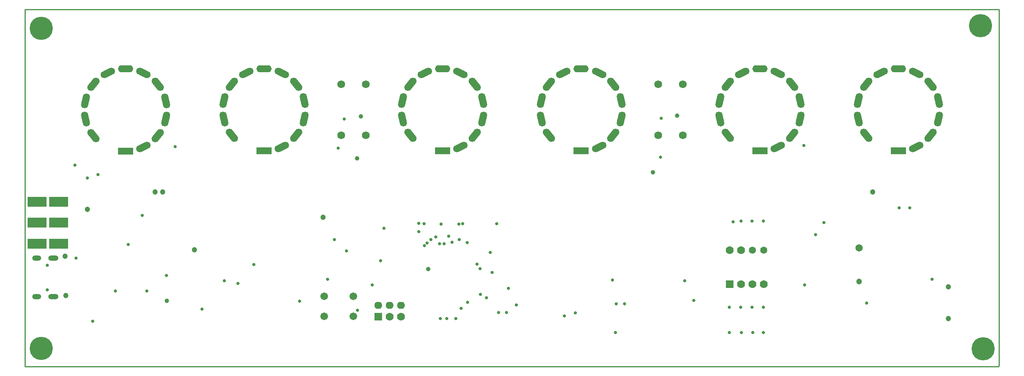
<source format=gbs>
G04 Layer_Color=16711935*
%FSLAX24Y24*%
%MOIN*%
G70*
G01*
G75*
%ADD10C,0.0100*%
G04:AMPARAMS|DCode=134|XSize=134mil|YSize=63.1mil|CornerRadius=0mil|HoleSize=0mil|Usage=FLASHONLY|Rotation=25.714|XOffset=0mil|YOffset=0mil|HoleType=Round|Shape=Round|*
%AMOVALD134*
21,1,0.0709,0.0631,0.0000,0.0000,25.7*
1,1,0.0631,-0.0319,-0.0154*
1,1,0.0631,0.0319,0.0154*
%
%ADD134OVALD134*%

G04:AMPARAMS|DCode=135|XSize=134mil|YSize=63.1mil|CornerRadius=0mil|HoleSize=0mil|Usage=FLASHONLY|Rotation=51.429|XOffset=0mil|YOffset=0mil|HoleType=Round|Shape=Round|*
%AMOVALD135*
21,1,0.0709,0.0631,0.0000,0.0000,51.4*
1,1,0.0631,-0.0221,-0.0277*
1,1,0.0631,0.0221,0.0277*
%
%ADD135OVALD135*%

G04:AMPARAMS|DCode=136|XSize=134mil|YSize=63.1mil|CornerRadius=0mil|HoleSize=0mil|Usage=FLASHONLY|Rotation=77.143|XOffset=0mil|YOffset=0mil|HoleType=Round|Shape=Round|*
%AMOVALD136*
21,1,0.0709,0.0631,0.0000,0.0000,77.1*
1,1,0.0631,-0.0079,-0.0345*
1,1,0.0631,0.0079,0.0345*
%
%ADD136OVALD136*%

G04:AMPARAMS|DCode=137|XSize=134mil|YSize=63.1mil|CornerRadius=0mil|HoleSize=0mil|Usage=FLASHONLY|Rotation=102.857|XOffset=0mil|YOffset=0mil|HoleType=Round|Shape=Round|*
%AMOVALD137*
21,1,0.0709,0.0631,0.0000,0.0000,102.9*
1,1,0.0631,0.0079,-0.0345*
1,1,0.0631,-0.0079,0.0345*
%
%ADD137OVALD137*%

G04:AMPARAMS|DCode=138|XSize=134mil|YSize=63.1mil|CornerRadius=0mil|HoleSize=0mil|Usage=FLASHONLY|Rotation=128.571|XOffset=0mil|YOffset=0mil|HoleType=Round|Shape=Round|*
%AMOVALD138*
21,1,0.0709,0.0631,0.0000,0.0000,128.6*
1,1,0.0631,0.0221,-0.0277*
1,1,0.0631,-0.0221,0.0277*
%
%ADD138OVALD138*%

G04:AMPARAMS|DCode=139|XSize=134mil|YSize=63.1mil|CornerRadius=0mil|HoleSize=0mil|Usage=FLASHONLY|Rotation=154.286|XOffset=0mil|YOffset=0mil|HoleType=Round|Shape=Round|*
%AMOVALD139*
21,1,0.0709,0.0631,0.0000,0.0000,154.3*
1,1,0.0631,0.0319,-0.0154*
1,1,0.0631,-0.0319,0.0154*
%
%ADD139OVALD139*%

%ADD140O,0.1340X0.0631*%
%ADD141R,0.1340X0.0631*%
%ADD142C,0.0680*%
%ADD143C,0.0700*%
%ADD144C,0.0631*%
%ADD145R,0.0700X0.0700*%
%ADD146O,0.0700X0.0631*%
%ADD147R,0.0700X0.0700*%
%ADD148C,0.0474*%
%ADD149O,0.0907X0.0474*%
%ADD150O,0.0789X0.0474*%
%ADD151C,0.0651*%
%ADD152C,0.0513*%
%ADD153R,0.1655X0.0867*%
%ADD154C,0.0671*%
%ADD155C,0.0277*%
%ADD156C,0.0395*%
%ADD157C,0.2049*%
D10*
X85827Y-31449D02*
Y-2D01*
X85780Y-31496D02*
X85827Y-31449D01*
X0Y-31496D02*
X85780D01*
X0Y-2D02*
X85827D01*
X0Y-31496D02*
Y-2D01*
D134*
X78540Y-12122D02*
D03*
X75397Y-5595D02*
D03*
X66335Y-12122D02*
D03*
X63192Y-5595D02*
D03*
X50587Y-12122D02*
D03*
X47444Y-5595D02*
D03*
X38383Y-12122D02*
D03*
X35239Y-5595D02*
D03*
X22635Y-12122D02*
D03*
X19491Y-5595D02*
D03*
X10430Y-12132D02*
D03*
X7287Y-5605D02*
D03*
D135*
X79800Y-11117D02*
D03*
X74137Y-6600D02*
D03*
X67596Y-11117D02*
D03*
X61932Y-6600D02*
D03*
X51848Y-11117D02*
D03*
X46184Y-6600D02*
D03*
X39643Y-11117D02*
D03*
X33979Y-6600D02*
D03*
X23895Y-11117D02*
D03*
X18231Y-6600D02*
D03*
X11690Y-11127D02*
D03*
X6026Y-6610D02*
D03*
D136*
X80500Y-9664D02*
D03*
X73437Y-8052D02*
D03*
X68295Y-9664D02*
D03*
X61233Y-8052D02*
D03*
X52547Y-9664D02*
D03*
X45485Y-8052D02*
D03*
X40342Y-9664D02*
D03*
X33280Y-8052D02*
D03*
X24594Y-9664D02*
D03*
X17532Y-8052D02*
D03*
X12390Y-9674D02*
D03*
X5327Y-8062D02*
D03*
D137*
X80500Y-8052D02*
D03*
X73437Y-9664D02*
D03*
X68295Y-8052D02*
D03*
X61233Y-9664D02*
D03*
X52547Y-8052D02*
D03*
X45485Y-9664D02*
D03*
X40342Y-8052D02*
D03*
X33280Y-9664D02*
D03*
X24594Y-8052D02*
D03*
X17532Y-9664D02*
D03*
X12390Y-8062D02*
D03*
X5327Y-9674D02*
D03*
D138*
X79800Y-6600D02*
D03*
X74137Y-11117D02*
D03*
X67596Y-6600D02*
D03*
X61932Y-11117D02*
D03*
X51848Y-6600D02*
D03*
X46184Y-11117D02*
D03*
X39643Y-6600D02*
D03*
X33979Y-11117D02*
D03*
X23895Y-6600D02*
D03*
X18231Y-11117D02*
D03*
X11690Y-6610D02*
D03*
X6026Y-11127D02*
D03*
D139*
X78540Y-5595D02*
D03*
X66335D02*
D03*
X50587D02*
D03*
X38383D02*
D03*
X22635D02*
D03*
X10430Y-5605D02*
D03*
D140*
X76968Y-5236D02*
D03*
X64764D02*
D03*
X49016D02*
D03*
X36811D02*
D03*
X21063D02*
D03*
X8858Y-5246D02*
D03*
D141*
X76968Y-12480D02*
D03*
X64764D02*
D03*
X49016D02*
D03*
X36811D02*
D03*
X21063D02*
D03*
X8858Y-12490D02*
D03*
D142*
X57972Y-11102D02*
D03*
X55807D02*
D03*
X30020D02*
D03*
X27854D02*
D03*
X57972Y-6614D02*
D03*
X55807D02*
D03*
X30020D02*
D03*
X27854D02*
D03*
D143*
X62090Y-21240D02*
D03*
X63090D02*
D03*
X65090Y-24240D02*
D03*
X64090D02*
D03*
X63090D02*
D03*
X32145Y-27116D02*
D03*
X33145D02*
D03*
D144*
X64090Y-21240D02*
D03*
X65090D02*
D03*
D145*
X62090Y-24240D02*
D03*
D146*
X31145Y-26116D02*
D03*
X32145D02*
D03*
X33145D02*
D03*
D147*
X31145Y-27116D02*
D03*
D148*
X26260Y-18330D02*
D03*
X12140Y-16110D02*
D03*
X5500Y-17650D02*
D03*
X3530Y-21760D02*
D03*
X3595Y-25225D02*
D03*
X14950Y-21210D02*
D03*
X81359Y-27281D02*
D03*
X81380Y-24460D02*
D03*
X74701Y-16091D02*
D03*
X11481D02*
D03*
D149*
X2490Y-21949D02*
D03*
Y-25351D02*
D03*
D150*
X1033Y-21949D02*
D03*
Y-25351D02*
D03*
D151*
X73500Y-21040D02*
D03*
D152*
Y-23993D02*
D03*
D153*
X1070Y-16960D02*
D03*
Y-18810D02*
D03*
X2960Y-16960D02*
D03*
Y-18810D02*
D03*
X1070Y-20660D02*
D03*
X2960D02*
D03*
D154*
X28942Y-27080D02*
D03*
X26383D02*
D03*
Y-25309D02*
D03*
X28942D02*
D03*
D155*
X37954Y-27280D02*
D03*
X79920Y-23790D02*
D03*
X77960Y-17504D02*
D03*
X77020D02*
D03*
X74170Y-25905D02*
D03*
X70414Y-18800D02*
D03*
X69670Y-19885D02*
D03*
X68690Y-24314D02*
D03*
X62390Y-18720D02*
D03*
X63087Y-18685D02*
D03*
X64083D02*
D03*
X65080D02*
D03*
X55995Y-13020D02*
D03*
X56065Y-9590D02*
D03*
X28150Y-9680D02*
D03*
X27610Y-12220D02*
D03*
X58936Y-25670D02*
D03*
X52844Y-25970D02*
D03*
X39010Y-25840D02*
D03*
X43290Y-26070D02*
D03*
X42590Y-24609D02*
D03*
X31650Y-19295D02*
D03*
X31340Y-22159D02*
D03*
X30605Y-24290D02*
D03*
X29290Y-26535D02*
D03*
X27280Y-20313D02*
D03*
X26670Y-23805D02*
D03*
X24190Y-25735D02*
D03*
X20175Y-22500D02*
D03*
X18755Y-24170D02*
D03*
X17570Y-23924D02*
D03*
X15610Y-26439D02*
D03*
X12480Y-23475D02*
D03*
X10720Y-24850D02*
D03*
X7964D02*
D03*
X5960Y-27490D02*
D03*
X1977Y-22567D02*
D03*
Y-24733D02*
D03*
X4500Y-21940D02*
D03*
X9100Y-20720D02*
D03*
X10350Y-18179D02*
D03*
X6440Y-14560D02*
D03*
X5500Y-14871D02*
D03*
X4400Y-13730D02*
D03*
X48490Y-26780D02*
D03*
X37160Y-27260D02*
D03*
X36605Y-27265D02*
D03*
X13250Y-12100D02*
D03*
X65060Y-28490D02*
D03*
X28320Y-21290D02*
D03*
X38450Y-26380D02*
D03*
X41720Y-26720D02*
D03*
X42440Y-26740D02*
D03*
X51770Y-23870D02*
D03*
X40097Y-22873D02*
D03*
X47550Y-27030D02*
D03*
X52096Y-25970D02*
D03*
X52050Y-28490D02*
D03*
X62060D02*
D03*
X63130D02*
D03*
X64140D02*
D03*
X41171Y-23191D02*
D03*
X41015Y-21435D02*
D03*
X35160Y-18900D02*
D03*
X40130Y-25140D02*
D03*
X40660Y-25440D02*
D03*
X36920Y-20670D02*
D03*
X37340Y-20010D02*
D03*
X35760Y-20290D02*
D03*
X36190Y-20070D02*
D03*
X35440Y-20590D02*
D03*
X35190Y-20820D02*
D03*
X37630Y-20530D02*
D03*
X34715Y-19590D02*
D03*
X34705Y-18880D02*
D03*
X36680Y-18930D02*
D03*
X38220Y-18940D02*
D03*
X38565Y-18900D02*
D03*
X41580Y-18900D02*
D03*
X39851Y-22479D02*
D03*
X38960Y-20580D02*
D03*
X38280Y-20290D02*
D03*
X36549Y-20673D02*
D03*
X58129Y-23940D02*
D03*
X68640Y-12010D02*
D03*
X65080Y-26270D02*
D03*
X64080D02*
D03*
X63080D02*
D03*
X62080D02*
D03*
D156*
X55344Y-14384D02*
D03*
X57474Y-9364D02*
D03*
X29270Y-13140D02*
D03*
X29614Y-9434D02*
D03*
X35550Y-22890D02*
D03*
X12490Y-25709D02*
D03*
D157*
X84430Y-29930D02*
D03*
X1440Y-29910D02*
D03*
X84210Y-1450D02*
D03*
X1450Y-1680D02*
D03*
M02*

</source>
